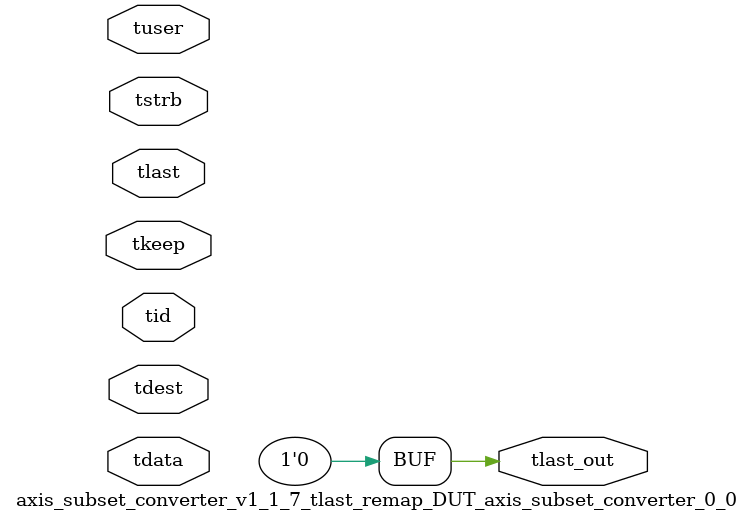
<source format=v>


`timescale 1ps/1ps

module axis_subset_converter_v1_1_7_tlast_remap_DUT_axis_subset_converter_0_0 #
(
parameter C_S_AXIS_TID_WIDTH   = 1,
parameter C_S_AXIS_TUSER_WIDTH = 0,
parameter C_S_AXIS_TDATA_WIDTH = 0,
parameter C_S_AXIS_TDEST_WIDTH = 0
)
(
input  [(C_S_AXIS_TID_WIDTH   == 0 ? 1 : C_S_AXIS_TID_WIDTH)-1:0       ] tid,
input  [(C_S_AXIS_TDATA_WIDTH == 0 ? 1 : C_S_AXIS_TDATA_WIDTH)-1:0     ] tdata,
input  [(C_S_AXIS_TUSER_WIDTH == 0 ? 1 : C_S_AXIS_TUSER_WIDTH)-1:0     ] tuser,
input  [(C_S_AXIS_TDEST_WIDTH == 0 ? 1 : C_S_AXIS_TDEST_WIDTH)-1:0     ] tdest,
input  [(C_S_AXIS_TDATA_WIDTH/8)-1:0 ] tkeep,
input  [(C_S_AXIS_TDATA_WIDTH/8)-1:0 ] tstrb,
input  [0:0]                                                             tlast,
output                                                                   tlast_out
);

assign tlast_out = {1'b0};

endmodule


</source>
